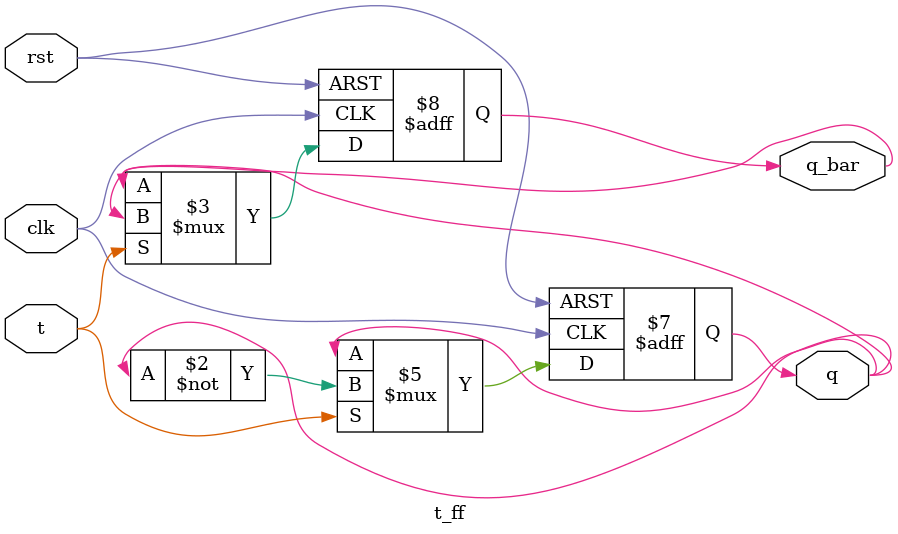
<source format=v>
module t_ff(
     input t, rst, clk,
	 output reg q, q_bar
	 );
	 always @(posedge clk or posedge rst) begin
	     if(rst)begin
		     q <= 0;
			 q_bar <= 0;
		    end
		 else if (t) begin
		     q <= ~q;
             q_bar <= q;
            end
        end
    endmodule		
</source>
